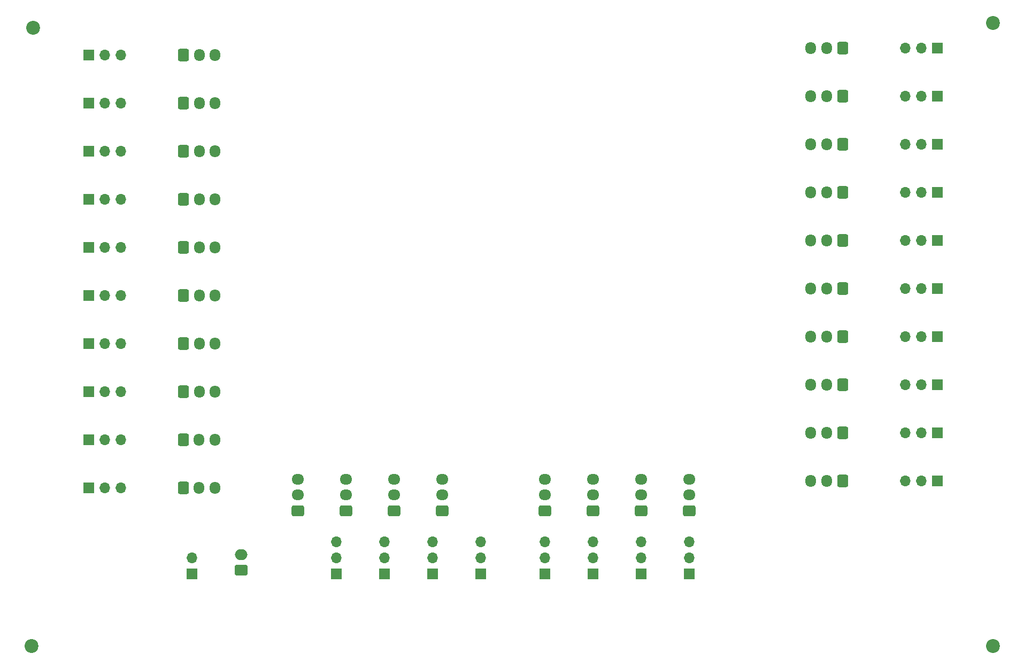
<source format=gbr>
%TF.GenerationSoftware,KiCad,Pcbnew,6.0.11-2627ca5db0~126~ubuntu22.04.1*%
%TF.CreationDate,2023-05-12T19:19:22-07:00*%
%TF.ProjectId,Roborio board,526f626f-7269-46f2-9062-6f6172642e6b,rev?*%
%TF.SameCoordinates,Original*%
%TF.FileFunction,Soldermask,Bot*%
%TF.FilePolarity,Negative*%
%FSLAX46Y46*%
G04 Gerber Fmt 4.6, Leading zero omitted, Abs format (unit mm)*
G04 Created by KiCad (PCBNEW 6.0.11-2627ca5db0~126~ubuntu22.04.1) date 2023-05-12 19:19:22*
%MOMM*%
%LPD*%
G01*
G04 APERTURE LIST*
G04 Aperture macros list*
%AMRoundRect*
0 Rectangle with rounded corners*
0 $1 Rounding radius*
0 $2 $3 $4 $5 $6 $7 $8 $9 X,Y pos of 4 corners*
0 Add a 4 corners polygon primitive as box body*
4,1,4,$2,$3,$4,$5,$6,$7,$8,$9,$2,$3,0*
0 Add four circle primitives for the rounded corners*
1,1,$1+$1,$2,$3*
1,1,$1+$1,$4,$5*
1,1,$1+$1,$6,$7*
1,1,$1+$1,$8,$9*
0 Add four rect primitives between the rounded corners*
20,1,$1+$1,$2,$3,$4,$5,0*
20,1,$1+$1,$4,$5,$6,$7,0*
20,1,$1+$1,$6,$7,$8,$9,0*
20,1,$1+$1,$8,$9,$2,$3,0*%
G04 Aperture macros list end*
%ADD10RoundRect,0.250000X0.600000X0.725000X-0.600000X0.725000X-0.600000X-0.725000X0.600000X-0.725000X0*%
%ADD11O,1.700000X1.950000*%
%ADD12RoundRect,0.250000X-0.600000X-0.725000X0.600000X-0.725000X0.600000X0.725000X-0.600000X0.725000X0*%
%ADD13RoundRect,0.250000X0.725000X-0.600000X0.725000X0.600000X-0.725000X0.600000X-0.725000X-0.600000X0*%
%ADD14O,1.950000X1.700000*%
%ADD15C,2.200000*%
%ADD16RoundRect,0.250000X0.750000X-0.600000X0.750000X0.600000X-0.750000X0.600000X-0.750000X-0.600000X0*%
%ADD17O,2.000000X1.700000*%
%ADD18R,1.700000X1.700000*%
%ADD19O,1.700000X1.700000*%
G04 APERTURE END LIST*
D10*
%TO.C,J43*%
X186434100Y-50221800D03*
D11*
X183934100Y-50221800D03*
X181434100Y-50221800D03*
%TD*%
D12*
%TO.C,J17*%
X82083100Y-104704400D03*
D11*
X84583100Y-104704400D03*
X87083100Y-104704400D03*
%TD*%
D13*
%TO.C,J37*%
X162191100Y-123559200D03*
D14*
X162191100Y-121059200D03*
X162191100Y-118559200D03*
%TD*%
D10*
%TO.C,J47*%
X186434100Y-80701800D03*
D11*
X183934100Y-80701800D03*
X181434100Y-80701800D03*
%TD*%
D10*
%TO.C,J53*%
X186434100Y-88321800D03*
D11*
X183934100Y-88321800D03*
X181434100Y-88321800D03*
%TD*%
D13*
%TO.C,J26*%
X100225000Y-123559200D03*
D14*
X100225000Y-121059200D03*
X100225000Y-118559200D03*
%TD*%
D13*
%TO.C,J28*%
X115465000Y-123559200D03*
D14*
X115465000Y-121059200D03*
X115465000Y-118559200D03*
%TD*%
D12*
%TO.C,J11*%
X82083100Y-58984400D03*
D11*
X84583100Y-58984400D03*
X87083100Y-58984400D03*
%TD*%
D15*
%TO.C,REF\u002A\u002A*%
X210250000Y-46250000D03*
%TD*%
D10*
%TO.C,J45*%
X186434100Y-65461800D03*
D11*
X183934100Y-65461800D03*
X181434100Y-65461800D03*
%TD*%
D12*
%TO.C,J16*%
X82083100Y-97084400D03*
D11*
X84583100Y-97084400D03*
X87083100Y-97084400D03*
%TD*%
D13*
%TO.C,J34*%
X139331100Y-123559200D03*
D14*
X139331100Y-121059200D03*
X139331100Y-118559200D03*
%TD*%
D15*
%TO.C,REF\u002A\u002A*%
X58000000Y-145000000D03*
X58000000Y-145000000D03*
X58000000Y-145000000D03*
X58000000Y-145000000D03*
%TD*%
D10*
%TO.C,J57*%
X186434100Y-118801800D03*
D11*
X183934100Y-118801800D03*
X181434100Y-118801800D03*
%TD*%
D15*
%TO.C,REF\u002A\u002A*%
X58250000Y-47000000D03*
%TD*%
D12*
%TO.C,J18*%
X82068100Y-112299400D03*
D11*
X84568100Y-112299400D03*
X87068100Y-112299400D03*
%TD*%
D13*
%TO.C,J27*%
X107845000Y-123559200D03*
D14*
X107845000Y-121059200D03*
X107845000Y-118559200D03*
%TD*%
D12*
%TO.C,J12*%
X82083100Y-66604400D03*
D11*
X84583100Y-66604400D03*
X87083100Y-66604400D03*
%TD*%
D12*
%TO.C,J19*%
X82068100Y-119919400D03*
D11*
X84568100Y-119919400D03*
X87068100Y-119919400D03*
%TD*%
D16*
%TO.C,J21*%
X91225000Y-133000000D03*
D17*
X91225000Y-130500000D03*
%TD*%
D12*
%TO.C,J15*%
X82083100Y-89464400D03*
D11*
X84583100Y-89464400D03*
X87083100Y-89464400D03*
%TD*%
D15*
%TO.C,REF\u002A\u002A*%
X210250000Y-145000000D03*
X210250000Y-145000000D03*
X210250000Y-145000000D03*
X210250000Y-145000000D03*
%TD*%
D13*
%TO.C,J35*%
X146951100Y-123559200D03*
D14*
X146951100Y-121059200D03*
X146951100Y-118559200D03*
%TD*%
D12*
%TO.C,J13*%
X82083100Y-74224400D03*
D11*
X84583100Y-74224400D03*
X87083100Y-74224400D03*
%TD*%
D10*
%TO.C,J55*%
X186434100Y-103561800D03*
D11*
X183934100Y-103561800D03*
X181434100Y-103561800D03*
%TD*%
D10*
%TO.C,J46*%
X186434100Y-73081800D03*
D11*
X183934100Y-73081800D03*
X181434100Y-73081800D03*
%TD*%
D12*
%TO.C,J10*%
X82083100Y-51364400D03*
D11*
X84583100Y-51364400D03*
X87083100Y-51364400D03*
%TD*%
D12*
%TO.C,J14*%
X82083100Y-81844400D03*
D11*
X84583100Y-81844400D03*
X87083100Y-81844400D03*
%TD*%
D13*
%TO.C,J29*%
X123085000Y-123559200D03*
D14*
X123085000Y-121059200D03*
X123085000Y-118559200D03*
%TD*%
D10*
%TO.C,J54*%
X186434100Y-95941800D03*
D11*
X183934100Y-95941800D03*
X181434100Y-95941800D03*
%TD*%
D13*
%TO.C,J36*%
X154571100Y-123559200D03*
D14*
X154571100Y-121059200D03*
X154571100Y-118559200D03*
%TD*%
D10*
%TO.C,J44*%
X186434100Y-57841800D03*
D11*
X183934100Y-57841800D03*
X181434100Y-57841800D03*
%TD*%
D10*
%TO.C,J56*%
X186434100Y-111181800D03*
D11*
X183934100Y-111181800D03*
X181434100Y-111181800D03*
%TD*%
D18*
%TO.C,J7*%
X67083100Y-104704400D03*
D19*
X69623100Y-104704400D03*
X72163100Y-104704400D03*
%TD*%
D18*
%TO.C,J25*%
X129171100Y-133559200D03*
D19*
X129171100Y-131019200D03*
X129171100Y-128479200D03*
%TD*%
D18*
%TO.C,J8*%
X67068100Y-112299400D03*
D19*
X69608100Y-112299400D03*
X72148100Y-112299400D03*
%TD*%
D18*
%TO.C,J50*%
X201434100Y-103561800D03*
D19*
X198894100Y-103561800D03*
X196354100Y-103561800D03*
%TD*%
D18*
%TO.C,J32*%
X154571100Y-133559200D03*
D19*
X154571100Y-131019200D03*
X154571100Y-128479200D03*
%TD*%
D18*
%TO.C,J24*%
X121551100Y-133559200D03*
D19*
X121551100Y-131019200D03*
X121551100Y-128479200D03*
%TD*%
D18*
%TO.C,J6*%
X67083100Y-97084400D03*
D19*
X69623100Y-97084400D03*
X72163100Y-97084400D03*
%TD*%
D18*
%TO.C,J52*%
X201434100Y-118801800D03*
D19*
X198894100Y-118801800D03*
X196354100Y-118801800D03*
%TD*%
D18*
%TO.C,J33*%
X162191100Y-133559200D03*
D19*
X162191100Y-131019200D03*
X162191100Y-128479200D03*
%TD*%
D18*
%TO.C,J49*%
X201434100Y-95941800D03*
D19*
X198894100Y-95941800D03*
X196354100Y-95941800D03*
%TD*%
D18*
%TO.C,J41*%
X201434100Y-73081800D03*
D19*
X198894100Y-73081800D03*
X196354100Y-73081800D03*
%TD*%
D18*
%TO.C,J0*%
X67083100Y-51364400D03*
D19*
X69623100Y-51364400D03*
X72163100Y-51364400D03*
%TD*%
D18*
%TO.C,J1*%
X67083100Y-58984400D03*
D19*
X69623100Y-58984400D03*
X72163100Y-58984400D03*
%TD*%
D18*
%TO.C,J20*%
X83425700Y-133559200D03*
D19*
X83425700Y-131019200D03*
%TD*%
D18*
%TO.C,J31*%
X146951100Y-133559200D03*
D19*
X146951100Y-131019200D03*
X146951100Y-128479200D03*
%TD*%
D18*
%TO.C,J42*%
X201434100Y-80701800D03*
D19*
X198894100Y-80701800D03*
X196354100Y-80701800D03*
%TD*%
D18*
%TO.C,J23*%
X113931100Y-133559200D03*
D19*
X113931100Y-131019200D03*
X113931100Y-128479200D03*
%TD*%
D18*
%TO.C,J4*%
X67083100Y-81844400D03*
D19*
X69623100Y-81844400D03*
X72163100Y-81844400D03*
%TD*%
D18*
%TO.C,J38*%
X201434100Y-50221800D03*
D19*
X198894100Y-50221800D03*
X196354100Y-50221800D03*
%TD*%
D18*
%TO.C,J9*%
X67068100Y-119919400D03*
D19*
X69608100Y-119919400D03*
X72148100Y-119919400D03*
%TD*%
D18*
%TO.C,J39*%
X201434100Y-57841800D03*
D19*
X198894100Y-57841800D03*
X196354100Y-57841800D03*
%TD*%
D18*
%TO.C,J30*%
X139331100Y-133559200D03*
D19*
X139331100Y-131019200D03*
X139331100Y-128479200D03*
%TD*%
D18*
%TO.C,J3*%
X67083100Y-74224400D03*
D19*
X69623100Y-74224400D03*
X72163100Y-74224400D03*
%TD*%
D18*
%TO.C,J48*%
X201434100Y-88321800D03*
D19*
X198894100Y-88321800D03*
X196354100Y-88321800D03*
%TD*%
D18*
%TO.C,J40*%
X201434100Y-65461800D03*
D19*
X198894100Y-65461800D03*
X196354100Y-65461800D03*
%TD*%
D18*
%TO.C,J2*%
X67083100Y-66604400D03*
D19*
X69623100Y-66604400D03*
X72163100Y-66604400D03*
%TD*%
D18*
%TO.C,J51*%
X201434100Y-111181800D03*
D19*
X198894100Y-111181800D03*
X196354100Y-111181800D03*
%TD*%
D18*
%TO.C,J22*%
X106311100Y-133559200D03*
D19*
X106311100Y-131019200D03*
X106311100Y-128479200D03*
%TD*%
D18*
%TO.C,J5*%
X67083100Y-89464400D03*
D19*
X69623100Y-89464400D03*
X72163100Y-89464400D03*
%TD*%
M02*

</source>
